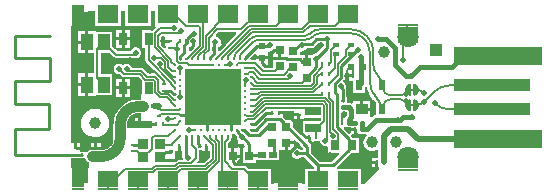
<source format=gtl>
G04*
G04 #@! TF.GenerationSoftware,Altium Limited,Altium Designer,20.1.14 (287)*
G04*
G04 Layer_Physical_Order=1*
G04 Layer_Color=255*
%FSLAX24Y24*%
%MOIN*%
G70*
G04*
G04 #@! TF.SameCoordinates,EC6BA951-EC3A-497E-BF03-96D7CE287269*
G04*
G04*
G04 #@! TF.FilePolarity,Positive*
G04*
G01*
G75*
%ADD10C,0.0098*%
%ADD12C,0.0079*%
%ADD13C,0.0060*%
%ADD14C,0.0050*%
%ADD15C,0.0059*%
%ADD16R,0.0118X0.0106*%
%ADD17R,0.0413X0.0551*%
%ADD18R,0.0236X0.0335*%
%ADD19R,0.0295X0.0315*%
%ADD20R,0.0106X0.0118*%
%ADD21R,0.0315X0.0295*%
%ADD22R,0.0236X0.0197*%
%ADD23C,0.0394*%
%ADD24R,0.0551X0.0295*%
%ADD25R,0.0374X0.0335*%
%ADD26R,0.0256X0.0197*%
%ADD27R,0.0197X0.0236*%
%ADD28R,0.0300X0.0320*%
%ADD29R,0.0394X0.0335*%
%ADD30R,0.0197X0.0157*%
%ADD32R,0.1902X0.1902*%
%ADD33R,0.0256X0.0413*%
%ADD62C,0.0350*%
%ADD63C,0.0120*%
%ADD64C,0.0080*%
%ADD65R,0.2960X0.0600*%
%ADD66R,0.2560X0.0400*%
%ADD67C,0.0079*%
%ADD68C,0.0709*%
%ADD69R,0.0394X0.0394*%
%ADD70C,0.0108*%
%ADD71C,0.0100*%
%ADD72C,0.0057*%
%ADD73C,0.0150*%
%ADD74C,0.0200*%
%ADD75C,0.0072*%
%ADD76R,0.0990X0.0552*%
%ADD77R,0.0560X0.0570*%
%ADD78C,0.0390*%
%ADD79R,0.0709X0.0531*%
%ADD80R,0.0709X0.0098*%
%ADD81R,0.0440X0.0098*%
%ADD82R,0.0440X0.0531*%
%ADD83C,0.0197*%
G36*
X4816Y2388D02*
X4829D01*
X4849Y2342D01*
X4740Y2234D01*
X4395D01*
Y1660D01*
X4498D01*
Y1232D01*
X4499Y1216D01*
X4503Y1200D01*
X4509Y1184D01*
X4518Y1170D01*
X4529Y1158D01*
X4836Y850D01*
X4821Y803D01*
X4817Y799D01*
X4804Y800D01*
X4585D01*
X4434Y951D01*
X4421Y962D01*
X4407Y970D01*
X4392Y977D01*
X4376Y981D01*
X4360Y982D01*
X4046D01*
X4043Y996D01*
X4035Y1018D01*
X4025Y1039D01*
X4012Y1059D01*
X3996Y1076D01*
X3979Y1092D01*
X3959Y1105D01*
X3938Y1115D01*
X3916Y1123D01*
X3893Y1127D01*
X3870Y1129D01*
X3847Y1127D01*
X3824Y1123D01*
X3802Y1115D01*
X3781Y1105D01*
X3761Y1092D01*
X3745Y1078D01*
X3729Y1092D01*
X3709Y1105D01*
X3688Y1115D01*
X3666Y1123D01*
X3643Y1127D01*
X3620Y1129D01*
X3597Y1127D01*
X3574Y1123D01*
X3552Y1115D01*
X3531Y1105D01*
X3511Y1092D01*
X3494Y1076D01*
X3478Y1059D01*
X3465Y1039D01*
X3455Y1018D01*
X3447Y996D01*
X3443Y973D01*
X3441Y950D01*
X3443Y927D01*
X3447Y904D01*
X3455Y882D01*
X3465Y861D01*
X3478Y841D01*
X3494Y824D01*
X3511Y808D01*
X3531Y795D01*
X3552Y785D01*
X3574Y777D01*
X3597Y773D01*
X3620Y771D01*
X3643Y773D01*
X3651Y774D01*
X3724Y702D01*
X3736Y691D01*
X3750Y683D01*
X3766Y676D01*
X3782Y673D01*
X3798Y671D01*
X4275D01*
X4395Y551D01*
Y128D01*
X4358D01*
Y-75D01*
X4260D01*
X4259Y-75D01*
X4206Y-76D01*
X4152Y-82D01*
X4099Y-90D01*
X4046Y-103D01*
X3995Y-118D01*
X3944Y-137D01*
X3895Y-160D01*
X3847Y-185D01*
X3801Y-214D01*
X3758Y-245D01*
X3716Y-279D01*
X3676Y-316D01*
X3639Y-356D01*
X3605Y-397D01*
X3574Y-441D01*
X3545Y-487D01*
X3520Y-535D01*
X3497Y-584D01*
X3478Y-635D01*
X3463Y-686D01*
X3450Y-739D01*
X3442Y-792D01*
X3436Y-846D01*
X3435Y-899D01*
X3435Y-900D01*
Y-1370D01*
X3435Y-1374D01*
X3433Y-1407D01*
X3428Y-1443D01*
X3419Y-1479D01*
X3406Y-1513D01*
X3391Y-1547D01*
X3372Y-1578D01*
X3350Y-1608D01*
X3325Y-1635D01*
X3298Y-1660D01*
X3268Y-1682D01*
X3237Y-1701D01*
X3203Y-1716D01*
X3169Y-1729D01*
X3133Y-1738D01*
X3097Y-1743D01*
X3064Y-1745D01*
X3060Y-1745D01*
X3009D01*
Y-1738D01*
X2691D01*
Y-1746D01*
X2691Y-1746D01*
X2662Y-1752D01*
X2634Y-1762D01*
X2607Y-1775D01*
X2583Y-1791D01*
X2567Y-1805D01*
X2519Y-1811D01*
X2501D01*
X2501Y-1811D01*
X2329D01*
Y-1738D01*
X2170D01*
Y-1688D01*
X2120D01*
Y-1535D01*
X2030D01*
Y2368D01*
X2200D01*
Y2734D01*
X2250D01*
Y2784D01*
X2570D01*
Y2870D01*
X2816D01*
Y2388D01*
X3684D01*
Y2870D01*
X3816D01*
Y2388D01*
X4684D01*
Y2870D01*
X4816D01*
Y2388D01*
D02*
G37*
G36*
X7532Y2118D02*
X7162Y1748D01*
X7115Y1767D01*
Y1785D01*
X7046D01*
X7014Y1819D01*
X7008Y1835D01*
X7009Y1850D01*
X7007Y1873D01*
X7003Y1896D01*
X6995Y1918D01*
X6985Y1939D01*
X6972Y1959D01*
X6956Y1976D01*
X6939Y1992D01*
X6919Y2005D01*
X6898Y2015D01*
X6876Y2023D01*
X6865Y2025D01*
X6850Y2054D01*
X6847Y2078D01*
X6934Y2165D01*
X7513D01*
X7532Y2118D01*
D02*
G37*
G36*
X5161Y2020D02*
Y1917D01*
X5320D01*
Y1817D01*
X5161D01*
Y1714D01*
X5181D01*
Y1651D01*
X5135Y1632D01*
X5012Y1756D01*
Y2003D01*
X5050Y2041D01*
X5120D01*
X5161Y2020D01*
D02*
G37*
G36*
X10430Y1704D02*
X10194Y1468D01*
X10177Y1467D01*
X10154Y1463D01*
X10132Y1455D01*
X10111Y1445D01*
X10091Y1432D01*
X10088Y1429D01*
X9930D01*
Y1182D01*
X9830D01*
Y1429D01*
X9667D01*
Y1508D01*
X9677Y1523D01*
X9717Y1551D01*
X9720Y1551D01*
X9743Y1553D01*
X9766Y1557D01*
X9788Y1565D01*
X9809Y1575D01*
X9829Y1588D01*
X9846Y1604D01*
X9862Y1621D01*
X9875Y1641D01*
X9881Y1653D01*
X10047D01*
X10067Y1655D01*
X10087Y1660D01*
X10106Y1668D01*
X10123Y1678D01*
X10139Y1692D01*
X10255Y1808D01*
X10430D01*
Y1704D01*
D02*
G37*
G36*
X9030Y1334D02*
X9147D01*
X9149Y1328D01*
X9112Y1278D01*
X8743D01*
Y994D01*
X8461D01*
X8406Y1049D01*
X8425Y1095D01*
X8598D01*
Y1263D01*
X8175D01*
X8158Y1249D01*
X8013D01*
X7992Y1299D01*
X8155Y1462D01*
X8202Y1443D01*
Y1363D01*
X8598D01*
Y1507D01*
X8609Y1525D01*
X8640Y1552D01*
X8650Y1551D01*
X8673Y1553D01*
X8673Y1553D01*
X8717Y1523D01*
X8723Y1513D01*
Y1334D01*
X8930D01*
Y1582D01*
X9030D01*
Y1334D01*
D02*
G37*
G36*
X9623Y1228D02*
X9253D01*
X9245Y1236D01*
X9250Y1300D01*
X9257Y1304D01*
X9623D01*
Y1228D01*
D02*
G37*
G36*
X13502Y440D02*
X13528Y423D01*
X13557Y394D01*
X13578Y371D01*
X13601Y332D01*
X13612Y295D01*
X13610Y208D01*
X13600Y180D01*
X13567Y126D01*
X13534Y94D01*
X13498Y71D01*
X13458Y59D01*
X13438Y66D01*
X13426Y87D01*
X13426Y426D01*
X13456Y455D01*
X13502Y440D01*
D02*
G37*
G36*
X13334Y446D02*
X13346Y425D01*
X13346Y86D01*
X13316Y57D01*
X13269Y72D01*
X13244Y89D01*
X13215Y118D01*
X13194Y141D01*
X13171Y180D01*
X13160Y217D01*
X13162Y304D01*
X13172Y332D01*
X13205Y386D01*
X13238Y418D01*
X13274Y441D01*
X13314Y453D01*
X13334Y446D01*
D02*
G37*
G36*
X13502Y-72D02*
X13528Y-89D01*
X13557Y-118D01*
X13578Y-141D01*
X13601Y-180D01*
X13612Y-217D01*
X13610Y-304D01*
X13600Y-332D01*
X13567Y-386D01*
X13534Y-418D01*
X13498Y-441D01*
X13458Y-453D01*
X13438Y-446D01*
X13426Y-425D01*
X13426Y-86D01*
X13456Y-57D01*
X13502Y-72D01*
D02*
G37*
G36*
X13334Y-66D02*
X13346Y-87D01*
X13346Y-426D01*
X13316Y-455D01*
X13269Y-440D01*
X13244Y-423D01*
X13215Y-394D01*
X13194Y-371D01*
X13171Y-332D01*
X13160Y-295D01*
X13162Y-208D01*
X13172Y-180D01*
X13205Y-126D01*
X13238Y-94D01*
X13274Y-71D01*
X13314Y-59D01*
X13334Y-66D01*
D02*
G37*
G36*
X11275Y770D02*
X11428D01*
Y670D01*
X11275D01*
Y561D01*
X11428D01*
Y156D01*
X11824D01*
Y354D01*
X11874Y360D01*
X11880Y330D01*
X11897Y273D01*
X11916Y216D01*
X11939Y160D01*
X11966Y106D01*
X11995Y54D01*
X12028Y3D01*
X12063Y-45D01*
X12102Y-92D01*
X12143Y-135D01*
X12143Y-135D01*
X12175Y-172D01*
X12176Y-173D01*
Y-586D01*
X12176Y-586D01*
X12152Y-592D01*
X12129Y-601D01*
X12109Y-614D01*
X12090Y-630D01*
X12052Y-669D01*
X12002Y-648D01*
Y-454D01*
X11705D01*
Y-404D01*
X11655D01*
Y-136D01*
X11408D01*
Y-186D01*
X11366Y-208D01*
X11358Y-210D01*
X11339Y-198D01*
X11317Y-189D01*
X11293Y-183D01*
X11269Y-181D01*
X11208D01*
Y9D01*
X11199D01*
Y275D01*
X11197Y296D01*
X11193Y316D01*
X11185Y334D01*
X11183Y338D01*
X11183Y341D01*
X11185Y364D01*
X11183Y388D01*
X11179Y410D01*
X11171Y433D01*
X11161Y454D01*
X11148Y473D01*
X11132Y491D01*
X11115Y506D01*
X11110Y509D01*
X11099Y553D01*
X11102Y572D01*
X11124Y594D01*
X11137Y609D01*
X11148Y627D01*
X11156Y646D01*
X11160Y666D01*
X11162Y686D01*
Y822D01*
X11275D01*
Y770D01*
D02*
G37*
G36*
X11069Y-492D02*
X11204D01*
X11210Y-497D01*
Y-597D01*
X11172Y-634D01*
X11156Y-653D01*
X11144Y-674D01*
X11141Y-681D01*
X11015D01*
Y-535D01*
X11024Y-521D01*
X11065Y-492D01*
X11069Y-492D01*
D02*
G37*
G36*
X11282Y-996D02*
X11345D01*
Y-1020D01*
X11498D01*
Y-1070D01*
X11548D01*
Y-1229D01*
X11651D01*
X11651Y-1229D01*
X11672Y-1227D01*
X11701Y-1224D01*
X11722Y-1225D01*
X11858D01*
X11873Y-1257D01*
X11874Y-1275D01*
X11872Y-1277D01*
X11848Y-1298D01*
X11827Y-1322D01*
X11808Y-1348D01*
X11793Y-1376D01*
X11781Y-1406D01*
X11772Y-1436D01*
X11766Y-1468D01*
X11765Y-1500D01*
X11766Y-1532D01*
X11772Y-1564D01*
X11781Y-1594D01*
X11793Y-1624D01*
X11808Y-1652D01*
X11827Y-1678D01*
X11848Y-1702D01*
X11872Y-1723D01*
X11898Y-1742D01*
X11926Y-1757D01*
X11956Y-1769D01*
X11986Y-1778D01*
X12018Y-1784D01*
X12050Y-1785D01*
X12082Y-1784D01*
X12114Y-1778D01*
X12144Y-1769D01*
X12174Y-1757D01*
X12202Y-1742D01*
X12212Y-1735D01*
X12256Y-1754D01*
X12262Y-1760D01*
Y-2011D01*
X12065D01*
Y-2120D01*
X12218D01*
Y-2170D01*
X12262D01*
Y-2170D01*
X12263Y-2194D01*
X12268Y-2216D01*
Y-2329D01*
X12272D01*
X12291Y-2375D01*
X11795Y-2872D01*
X11684D01*
Y-2388D01*
X10901D01*
X10881Y-2339D01*
X11362Y-1857D01*
X11375Y-1841D01*
X11376Y-1840D01*
X11605D01*
Y-1360D01*
X11398D01*
X11394Y-1344D01*
X11386Y-1325D01*
X11375Y-1308D01*
X11362Y-1292D01*
X11349Y-1279D01*
X11370Y-1229D01*
X11448D01*
Y-1120D01*
X11345D01*
Y-1204D01*
X11295Y-1225D01*
X11115Y-1045D01*
X11134Y-999D01*
X11211D01*
X11211Y-999D01*
X11234Y-996D01*
X11261Y-994D01*
X11282Y-996D01*
D02*
G37*
G36*
X4136Y-592D02*
X4300D01*
Y-642D01*
X4350D01*
Y-795D01*
X4459D01*
Y-775D01*
X4715D01*
Y-846D01*
X4868D01*
Y-946D01*
X4715D01*
Y-1010D01*
X3885D01*
Y-900D01*
X3885Y-896D01*
X3887Y-863D01*
X3892Y-827D01*
X3901Y-791D01*
X3914Y-757D01*
X3929Y-723D01*
X3948Y-692D01*
X3970Y-662D01*
X3995Y-635D01*
X4022Y-610D01*
X4052Y-588D01*
X4083Y-569D01*
X4091Y-566D01*
X4136Y-592D01*
D02*
G37*
G36*
X9451Y-526D02*
X9610D01*
Y-576D01*
X9660D01*
Y-730D01*
X9769D01*
Y-682D01*
X10355D01*
Y-746D01*
X10303Y-798D01*
X9744D01*
Y-1230D01*
X9694Y-1251D01*
X9427Y-984D01*
Y-770D01*
X9440Y-748D01*
X9466Y-730D01*
X9560D01*
Y-626D01*
X9451D01*
Y-716D01*
X9438Y-739D01*
X9412Y-757D01*
X9200D01*
X9095Y-652D01*
Y-564D01*
X8942D01*
Y-464D01*
X9095D01*
Y-455D01*
X9451D01*
Y-526D01*
D02*
G37*
G36*
X7446Y-1204D02*
X7551Y-1309D01*
X7550Y-1324D01*
X7551Y-1347D01*
X7556Y-1370D01*
X7563Y-1392D01*
X7574Y-1413D01*
X7575Y-1415D01*
X7585Y-1461D01*
X7585Y-1461D01*
X7585Y-1461D01*
Y-1570D01*
X7738D01*
Y-1670D01*
X7585D01*
Y-1697D01*
X7466D01*
Y-1905D01*
X7663D01*
Y-1779D01*
X7720D01*
Y-2192D01*
X8175D01*
Y-2143D01*
X8175Y-2093D01*
X8965D01*
Y-1763D01*
X9140D01*
Y-1516D01*
X9190D01*
Y-1466D01*
X9447D01*
Y-1436D01*
X9494Y-1417D01*
X9766Y-1690D01*
X9761Y-1740D01*
X9672D01*
X9659Y-1728D01*
X9639Y-1715D01*
X9618Y-1705D01*
X9596Y-1697D01*
X9573Y-1693D01*
X9550Y-1691D01*
X9527Y-1693D01*
X9504Y-1697D01*
X9497Y-1699D01*
X9459Y-1680D01*
X9447Y-1666D01*
Y-1566D01*
X9240D01*
Y-1763D01*
X9348D01*
X9366Y-1782D01*
X9381Y-1813D01*
X9377Y-1824D01*
X9373Y-1847D01*
X9371Y-1870D01*
X9373Y-1893D01*
X9377Y-1916D01*
X9385Y-1938D01*
X9395Y-1959D01*
X9408Y-1979D01*
X9424Y-1996D01*
X9441Y-2012D01*
X9461Y-2025D01*
X9482Y-2035D01*
X9504Y-2043D01*
X9527Y-2047D01*
X9550Y-2049D01*
X9573Y-2047D01*
X9596Y-2043D01*
X9618Y-2035D01*
X9639Y-2025D01*
X9659Y-2012D01*
X9672Y-2000D01*
X9796D01*
X10120Y-2324D01*
Y-2388D01*
X9816D01*
Y-2872D01*
X9704D01*
Y-2784D01*
X8796D01*
Y-2872D01*
X8684D01*
Y-2388D01*
X7957D01*
X7874Y-2306D01*
X7862Y-2295D01*
X7848Y-2286D01*
X7833Y-2280D01*
X7816Y-2276D01*
X7800Y-2275D01*
X7465D01*
X7456Y-2262D01*
X7482Y-2212D01*
X7663D01*
Y-2005D01*
X7416D01*
Y-1955D01*
X7366D01*
Y-1697D01*
X7253D01*
Y-1526D01*
X7317Y-1462D01*
X7327Y-1450D01*
X7336Y-1436D01*
X7342Y-1420D01*
X7346Y-1404D01*
X7347Y-1388D01*
Y-1363D01*
X7351Y-1359D01*
X7362Y-1341D01*
X7370Y-1321D01*
X7375Y-1301D01*
X7377Y-1280D01*
X7375Y-1258D01*
X7370Y-1238D01*
X7372Y-1234D01*
X7388Y-1230D01*
X7411Y-1220D01*
X7431Y-1208D01*
X7436Y-1204D01*
X7446Y-1204D01*
D02*
G37*
G36*
X6574Y-1774D02*
X6641D01*
Y-1997D01*
X6450Y-2188D01*
X6236D01*
X6217Y-2142D01*
X6271Y-2088D01*
X6282Y-2075D01*
X6290Y-2061D01*
X6297Y-2046D01*
X6301Y-2030D01*
X6302Y-2013D01*
Y-1754D01*
X6371D01*
Y-1774D01*
X6474D01*
Y-1615D01*
X6574D01*
Y-1774D01*
D02*
G37*
G36*
X5679D02*
X5724D01*
Y-1954D01*
X5724Y-1954D01*
X5726Y-1974D01*
X5731Y-1994D01*
X5738Y-2013D01*
X5741Y-2018D01*
X5741Y-2020D01*
X5742Y-2038D01*
X5741Y-2046D01*
X5706Y-2088D01*
X5594D01*
X5577Y-2089D01*
X5561Y-2093D01*
X5551Y-2098D01*
X5530Y-2090D01*
X5505Y-2075D01*
X5501Y-2070D01*
Y-1774D01*
X5579D01*
Y-1615D01*
X5679D01*
Y-1774D01*
D02*
G37*
G36*
X10327Y-1486D02*
X10335Y-1508D01*
X10345Y-1529D01*
X10358Y-1549D01*
X10374Y-1566D01*
X10391Y-1582D01*
X10411Y-1595D01*
X10432Y-1605D01*
X10454Y-1613D01*
X10477Y-1617D01*
X10500Y-1619D01*
X10523Y-1617D01*
X10545Y-1613D01*
X10546Y-1613D01*
X10590Y-1640D01*
X10595Y-1648D01*
Y-1840D01*
X10945D01*
X10964Y-1886D01*
X10711Y-2140D01*
X10304D01*
X10030Y-1865D01*
Y-1640D01*
X10028Y-1620D01*
X10023Y-1600D01*
X10015Y-1581D01*
X10005Y-1564D01*
X9992Y-1548D01*
X9992Y-1548D01*
X9979Y-1535D01*
X9998Y-1489D01*
X10121D01*
Y-1469D01*
X10324D01*
X10327Y-1486D01*
D02*
G37*
G36*
X2295Y-2029D02*
X2501D01*
X2512Y-2056D01*
X2525Y-2083D01*
X2541Y-2107D01*
X2561Y-2129D01*
X2583Y-2149D01*
X2607Y-2165D01*
X2618Y-2171D01*
Y-2365D01*
X2570Y-2368D01*
Y-2368D01*
X2300D01*
Y-2734D01*
X2200D01*
Y-2368D01*
X2030D01*
Y-2016D01*
X2295D01*
Y-2029D01*
D02*
G37*
%LPC*%
G36*
X2570Y2684D02*
X2300D01*
Y2368D01*
X2570D01*
Y2684D01*
D02*
G37*
G36*
X3985Y2254D02*
X3807D01*
Y1997D01*
X3985D01*
Y2254D01*
D02*
G37*
G36*
X3707D02*
X3529D01*
Y1997D01*
X3707D01*
Y2254D01*
D02*
G37*
G36*
X2495Y2214D02*
X2238D01*
Y1889D01*
X2495D01*
Y2214D01*
D02*
G37*
G36*
X3985Y1897D02*
X3807D01*
Y1640D01*
X3985D01*
Y1897D01*
D02*
G37*
G36*
X2495Y1789D02*
X2238D01*
Y1463D01*
X2495D01*
Y1789D01*
D02*
G37*
G36*
X2851Y2214D02*
X2595D01*
Y1839D01*
Y1463D01*
X2795D01*
Y797D01*
X2595D01*
Y421D01*
Y46D01*
X2851D01*
Y66D01*
X3402D01*
Y777D01*
X3005D01*
Y1483D01*
X3322D01*
X3455Y1351D01*
X3467Y1340D01*
X3481Y1331D01*
X3497Y1325D01*
X3513Y1321D01*
X3529Y1320D01*
X4115D01*
X4124Y1320D01*
X4134Y1317D01*
X4157Y1313D01*
X4180Y1311D01*
X4203Y1313D01*
X4226Y1317D01*
X4248Y1325D01*
X4269Y1335D01*
X4289Y1348D01*
X4306Y1364D01*
X4322Y1381D01*
X4335Y1401D01*
X4345Y1422D01*
X4353Y1444D01*
X4357Y1467D01*
X4359Y1490D01*
X4357Y1513D01*
X4353Y1536D01*
X4345Y1558D01*
X4335Y1579D01*
X4322Y1599D01*
X4306Y1616D01*
X4289Y1632D01*
X4269Y1645D01*
X4248Y1655D01*
X4226Y1663D01*
X4203Y1667D01*
X4180Y1669D01*
X4157Y1667D01*
X4134Y1663D01*
X4112Y1655D01*
X4091Y1645D01*
X4071Y1632D01*
X4054Y1616D01*
X4038Y1599D01*
X4025Y1579D01*
X4015Y1558D01*
X4007Y1536D01*
X4006Y1530D01*
X3573D01*
X3501Y1602D01*
X3534Y1640D01*
X3577Y1640D01*
X3707D01*
Y1897D01*
X3529D01*
Y1690D01*
X3529Y1645D01*
X3490Y1613D01*
X3402Y1701D01*
Y2194D01*
X2851D01*
Y2214D01*
D02*
G37*
G36*
X2495Y797D02*
X2238D01*
Y471D01*
X2495D01*
Y797D01*
D02*
G37*
G36*
X3985Y620D02*
X3807D01*
Y363D01*
X3985D01*
Y620D01*
D02*
G37*
G36*
X3707D02*
X3529D01*
Y363D01*
X3707D01*
Y620D01*
D02*
G37*
G36*
X2495Y371D02*
X2238D01*
Y46D01*
X2495D01*
Y371D01*
D02*
G37*
G36*
X3985Y263D02*
X3807D01*
Y6D01*
X3985D01*
Y263D01*
D02*
G37*
G36*
X3707D02*
X3529D01*
Y6D01*
X3707D01*
Y263D01*
D02*
G37*
G36*
X2820Y-374D02*
X2779Y-376D01*
X2737Y-381D01*
X2697Y-390D01*
X2657Y-403D01*
X2619Y-418D01*
X2582Y-438D01*
X2547Y-460D01*
X2514Y-485D01*
X2483Y-513D01*
X2455Y-544D01*
X2430Y-577D01*
X2408Y-612D01*
X2388Y-649D01*
X2373Y-687D01*
X2360Y-727D01*
X2351Y-767D01*
X2346Y-808D01*
X2344Y-850D01*
X2346Y-891D01*
X2351Y-933D01*
X2360Y-973D01*
X2373Y-1013D01*
X2388Y-1051D01*
X2408Y-1088D01*
X2430Y-1123D01*
X2455Y-1156D01*
X2483Y-1187D01*
X2514Y-1215D01*
X2547Y-1240D01*
X2582Y-1262D01*
X2619Y-1282D01*
X2657Y-1297D01*
X2697Y-1310D01*
X2737Y-1319D01*
X2779Y-1324D01*
X2820Y-1326D01*
X2862Y-1324D01*
X2903Y-1319D01*
X2943Y-1310D01*
X2983Y-1297D01*
X3021Y-1282D01*
X3058Y-1262D01*
X3093Y-1240D01*
X3126Y-1215D01*
X3157Y-1187D01*
X3185Y-1156D01*
X3210Y-1123D01*
X3232Y-1088D01*
X3252Y-1051D01*
X3267Y-1013D01*
X3280Y-973D01*
X3289Y-933D01*
X3294Y-891D01*
X3296Y-850D01*
X3294Y-808D01*
X3289Y-767D01*
X3280Y-727D01*
X3267Y-687D01*
X3252Y-649D01*
X3232Y-612D01*
X3210Y-577D01*
X3185Y-544D01*
X3157Y-513D01*
X3126Y-485D01*
X3093Y-460D01*
X3058Y-438D01*
X3021Y-418D01*
X2983Y-403D01*
X2943Y-390D01*
X2903Y-381D01*
X2862Y-376D01*
X2820Y-374D01*
D02*
G37*
G36*
X3009Y-1535D02*
X2900D01*
Y-1638D01*
X3009D01*
Y-1535D01*
D02*
G37*
G36*
X2800D02*
X2691D01*
Y-1638D01*
X2800D01*
Y-1535D01*
D02*
G37*
G36*
X2329Y-1535D02*
X2220D01*
Y-1638D01*
X2329D01*
Y-1535D01*
D02*
G37*
G36*
X12002Y-136D02*
X11755D01*
Y-354D01*
X12002D01*
Y-136D01*
D02*
G37*
G36*
X12168Y-2220D02*
X12065D01*
Y-2329D01*
X12168D01*
Y-2220D01*
D02*
G37*
G36*
X4250Y-692D02*
X4141D01*
Y-795D01*
X4250D01*
Y-692D01*
D02*
G37*
G36*
X9704Y-2368D02*
X9300D01*
Y-2684D01*
X9704D01*
Y-2368D01*
D02*
G37*
G36*
X9200D02*
X8796D01*
Y-2684D01*
X9200D01*
Y-2368D01*
D02*
G37*
%LPD*%
D10*
X6159Y-591D02*
X6482Y-268D01*
X6750Y0D02*
X7341Y-591D01*
X8220Y1710D02*
X8630D01*
X5902Y1957D02*
X6065Y2120D01*
X5772Y1488D02*
Y1626D01*
X5902Y1832D02*
Y1957D01*
X5778Y1708D02*
X5902Y1832D01*
X5778Y1626D02*
Y1708D01*
X6065Y2120D02*
X6135D01*
X7833Y1323D02*
X8220Y1710D01*
X7833Y1280D02*
Y1323D01*
X8990Y-730D02*
X9900Y-1640D01*
Y-1920D02*
Y-1640D01*
X7962Y-1889D02*
Y-1538D01*
X8382Y-1915D02*
X8383Y-1914D01*
X7988Y-1915D02*
X8382D01*
X7962Y-1889D02*
X7988Y-1915D01*
X8530Y-730D02*
X8990D01*
X8177Y-1083D02*
X8530Y-730D01*
X8030Y-1083D02*
X8177D01*
X7341D02*
Y-591D01*
X5667D02*
X6159D01*
X5440Y98D02*
X5470D01*
X6652Y1280D02*
Y1337D01*
X6772Y1458D01*
X5667Y1280D02*
Y1383D01*
X5772Y1488D01*
X6772Y1458D02*
Y1838D01*
X6258Y-1563D02*
Y-1280D01*
Y-1563D02*
X6309Y-1615D01*
X5864D02*
Y-1280D01*
X7537Y-1113D02*
Y-1083D01*
X8606Y-928D02*
X8770D01*
X8280Y-1254D02*
X8606Y-928D01*
X8757Y-1864D02*
X8770Y-1851D01*
Y-1460D01*
X5311Y228D02*
X5440Y98D01*
X5110Y228D02*
X5311D01*
X7537Y-1113D02*
X7962Y-1538D01*
X7734Y-1083D02*
X7783D01*
X7954Y-1254D01*
X8280D01*
X5854Y-1954D02*
X5920Y-2020D01*
X5854Y-1954D02*
Y-1615D01*
X8630Y1710D02*
X8650Y1730D01*
D12*
X13780Y150D02*
G03*
X13524Y256I-256J-256D01*
G01*
X14623Y398D02*
G03*
X14150Y202I0J-670D01*
G01*
X13524Y-256D02*
G03*
X13780Y-150I0J362D01*
G01*
D02*
G03*
X13812Y-137I0J46D01*
G01*
X14150Y-200D02*
G03*
X14623Y-396I473J473D01*
G01*
X9828Y1923D02*
G03*
X10079Y2027I0J355D01*
G01*
X10300Y2137D02*
G03*
X10111Y2059I0J-267D01*
G01*
X7684Y1457D02*
G03*
X7636Y1340I117J-117D01*
G01*
X8309Y1923D02*
G03*
X8039Y1811I0J-382D01*
G01*
X11971Y569D02*
G03*
X12228Y-51I876J0D01*
G01*
X11971Y1520D02*
G03*
X11354Y2137I-617J0D01*
G01*
X12374Y-404D02*
G03*
X12413Y-308I-95J95D01*
G01*
X12374Y-404D02*
G03*
X12228Y-51I-499J-0D01*
G01*
X12658Y-64D02*
G03*
X12413Y-308I0J-244D01*
G01*
X13110Y-113D02*
G03*
X12992Y-64I-118J-118D01*
G01*
X9828Y2052D02*
G03*
X9988Y2118I0J226D01*
G01*
X10300Y2266D02*
G03*
X10020Y2150I0J-396D01*
G01*
X7520Y1474D02*
G03*
X7439Y1280I195J-195D01*
G01*
X7986Y1940D02*
G03*
X7985Y1940I270J-271D01*
G01*
X8256Y2052D02*
G03*
X7986Y1940I0J-382D01*
G01*
X12100Y1065D02*
G03*
X12228Y756I437J0D01*
G01*
X12100Y1520D02*
G03*
X11354Y2266I-746J0D01*
G01*
X12413Y328D02*
G03*
X12677Y64I264J0D01*
G01*
X12992D02*
G03*
X13110Y113I0J167D01*
G01*
X12374Y404D02*
G03*
X12228Y756I-499J-0D01*
G01*
X12413Y328D02*
G03*
X12388Y390I-87J0D01*
G01*
X13519Y256D02*
X13524D01*
X13812Y-137D02*
X14150Y202D01*
X14623Y398D02*
X16037D01*
X13519Y-256D02*
X13524D01*
X14623Y-396D02*
X16037D01*
X10079Y2027D02*
X10111Y2059D01*
X10300Y2137D02*
X11354D01*
X7636Y1280D02*
Y1340D01*
X7684Y1457D02*
X8039Y1811D01*
X8309Y1923D02*
X9828D01*
X11971Y569D02*
Y1520D01*
X12658Y-64D02*
X12992D01*
X13110Y-113D02*
X13253Y-256D01*
X9988Y2118D02*
X10020Y2150D01*
X7520Y1474D02*
X7985Y1940D01*
X7986Y1940D01*
X8256Y2052D02*
X9828D01*
X10300Y2266D02*
X11354D01*
X12677Y64D02*
X12992D01*
X13110Y113D02*
X13253Y256D01*
X12374Y404D02*
X12388Y390D01*
X12100Y1065D02*
Y1520D01*
D13*
X13316Y-86D02*
G03*
X13316Y-425I44J-170D01*
G01*
X13456D02*
G03*
X13456Y-86I-44J170D01*
G01*
X13316Y425D02*
G03*
X13316Y86I44J-170D01*
G01*
X13456D02*
G03*
X13456Y425I-44J170D01*
G01*
D14*
X5252Y-1301D02*
X5470Y-1083D01*
X4720Y-1710D02*
Y-1360D01*
X4779Y-1301D01*
X5252D01*
X4434Y-1996D02*
Y-1949D01*
X4232Y-1802D02*
X4426Y-1996D01*
X4082Y-1802D02*
X4232D01*
X4276Y-1996D02*
X4426D01*
X4434D02*
X4720Y-1710D01*
X4426Y-1941D02*
X4434Y-1949D01*
X10660Y-1160D02*
Y-197D01*
X10487Y-24D02*
X10660Y-197D01*
X8408Y-24D02*
X10487D01*
X10560Y-1380D02*
Y-239D01*
X10445Y-124D02*
X10560Y-239D01*
X8449Y-124D02*
X10445D01*
X10460Y-790D02*
Y-280D01*
X10404Y-224D02*
X10460Y-280D01*
X8490Y-224D02*
X10404D01*
X10760Y-1051D02*
Y-156D01*
X10622Y-18D02*
X10760Y-156D01*
X8506Y-349D02*
X9607D01*
X8366Y76D02*
X10354D01*
X8325Y176D02*
X10100D01*
X8049Y276D02*
X10059D01*
X10017Y376D02*
X10112Y471D01*
X8131Y376D02*
X10017D01*
X10671Y1168D02*
Y1572D01*
X10622Y1120D02*
X10671Y1168D01*
X10807Y971D02*
Y1425D01*
X10622Y787D02*
X10807Y971D01*
X10907Y738D02*
Y1117D01*
X10622Y453D02*
X10907Y738D01*
X10622Y-18D02*
Y120D01*
X10354Y76D02*
X10398Y120D01*
X10100Y176D02*
X10377Y453D01*
X10112Y720D02*
X10398Y1005D01*
X10112Y471D02*
Y720D01*
X10321Y787D02*
X10398D01*
X10212Y678D02*
X10321Y787D01*
X10212Y430D02*
Y678D01*
X10398Y1005D02*
Y1120D01*
X10059Y276D02*
X10212Y430D01*
X10807Y1425D02*
X10844Y1462D01*
X10671Y1572D02*
X10836Y1738D01*
X10844D01*
X10907Y1117D02*
X11182Y1392D01*
X11348Y1738D02*
X11356D01*
X11182Y1572D02*
X11348Y1738D01*
X11182Y1392D02*
Y1572D01*
X5320Y1643D02*
X5522D01*
X5545Y1620D01*
Y1787D02*
X5638Y1880D01*
X5545Y1620D02*
Y1787D01*
X5007Y2147D02*
X5612D01*
X4906Y1712D02*
X5360Y1258D01*
X4806Y1671D02*
X5260Y1217D01*
X5028Y1307D02*
X5160Y1175D01*
X4780Y1307D02*
X5028D01*
X4906Y1712D02*
Y2046D01*
X5007Y2147D01*
X4975Y2320D02*
X5450D01*
X4806Y1671D02*
Y2151D01*
X4975Y2320D01*
X5360Y1193D02*
Y1258D01*
Y1193D02*
X5470Y1083D01*
X5260Y1000D02*
Y1217D01*
X5160Y958D02*
Y1175D01*
Y958D02*
X5429Y689D01*
X5260Y1000D02*
X5374Y886D01*
X5470D01*
X5429Y689D02*
X5470D01*
X4603Y1232D02*
X5341Y494D01*
X4603Y1232D02*
Y1947D01*
X4970Y1007D02*
X5470Y506D01*
X4970Y1007D02*
Y1120D01*
X4906Y213D02*
Y592D01*
X4804Y695D02*
X4906Y592D01*
X4541Y695D02*
X4804D01*
X4806Y172D02*
Y551D01*
X4762Y595D02*
X4806Y551D01*
X4500Y595D02*
X4762D01*
X4115Y1425D02*
X4180Y1490D01*
X3529Y1425D02*
X4115D01*
X4360Y877D02*
X4541Y695D01*
X4906Y213D02*
X5020Y100D01*
X5264D01*
X4318Y777D02*
X4500Y595D01*
X4806Y172D02*
X4978Y-0D01*
X7833Y569D02*
X7850Y585D01*
X7833Y394D02*
Y569D01*
X5652Y975D02*
X5667Y960D01*
Y787D02*
Y960D01*
X5607Y1150D02*
X5895D01*
X5963Y1083D01*
X7319D02*
X7335Y1100D01*
X7144Y1083D02*
X7319D01*
X8124Y-732D02*
X8506Y-349D01*
X7888Y-732D02*
X8124D01*
X8082Y-632D02*
X8490Y-224D01*
X7874Y-632D02*
X8082D01*
X7390Y-2380D02*
X7800D01*
X7147Y-2137D02*
X7390Y-2380D01*
X7147Y-2137D02*
Y-1483D01*
X7242Y-1388D02*
Y-1280D01*
X7147Y-1483D02*
X7242Y-1388D01*
X3870Y950D02*
X3943Y877D01*
X4360D01*
X3798Y777D02*
X4318D01*
X3625Y950D02*
X3798Y777D01*
X3620Y950D02*
X3625D01*
X3747Y1878D02*
Y1927D01*
X5341Y439D02*
Y494D01*
X7250Y2800D02*
Y3000D01*
X6820Y2370D02*
X7250Y2800D01*
X8250Y2829D02*
Y3000D01*
X9997Y-352D02*
X10100Y-455D01*
X10660Y-1160D02*
X10740Y-1240D01*
X10192Y-1330D02*
Y-1118D01*
X10100Y-1025D02*
X10192Y-1118D01*
X10100Y-1025D02*
X10225D01*
X10460Y-790D01*
X9610Y-352D02*
X9997D01*
X7833Y-591D02*
X7874Y-632D01*
X7833Y-787D02*
X7888Y-732D01*
X9607Y-349D02*
X9610Y-352D01*
X8030Y-492D02*
X8081D01*
X8449Y-124D01*
X8136Y-295D02*
X8408Y-24D01*
X8030Y-295D02*
X8136D01*
X8192Y-98D02*
X8366Y76D01*
X8030Y-98D02*
X8192D01*
X8247Y98D02*
X8325Y176D01*
X8030Y98D02*
X8247D01*
X8030Y295D02*
X8049Y276D01*
X8030Y478D02*
Y492D01*
Y478D02*
X8131Y376D01*
X7045Y-1280D02*
X7047Y-1282D01*
X6652Y-1339D02*
Y-1280D01*
Y-1339D02*
X6847Y-1535D01*
X6848Y-1394D02*
Y-1280D01*
Y-1394D02*
X6947Y-1493D01*
X6455Y1280D02*
X6455Y1280D01*
X6061Y-1599D02*
Y-1280D01*
Y-1599D02*
X6197Y-1735D01*
X4250Y-3000D02*
Y-2830D01*
X5250Y-3000D02*
Y-2820D01*
X6455Y-1283D02*
Y-1280D01*
Y-1283D02*
X6747Y-1576D01*
Y-1660D02*
Y-1576D01*
X6747Y-1661D02*
X6747Y-1660D01*
X6250Y-3000D02*
Y-2820D01*
X6947Y-2123D01*
Y-1493D01*
X6535Y-2394D02*
X6847Y-2081D01*
X5250Y-2820D02*
X5677Y-2394D01*
X6847Y-2081D02*
Y-1535D01*
X6494Y-2294D02*
X6747Y-2041D01*
Y-1661D01*
X6016Y-2193D02*
X6197Y-2013D01*
Y-1735D01*
X7047Y-2797D02*
X7250Y-3000D01*
X7047Y-2797D02*
Y-1282D01*
X7800Y-2380D02*
X8250Y-2830D01*
Y-3000D02*
Y-2830D01*
X5250Y3000D02*
X5857Y2394D01*
X6247D01*
X3250Y2830D02*
Y3000D01*
Y-3000D02*
Y-2960D01*
X5535Y-2394D02*
X5635Y-2294D01*
X5494D02*
X5594Y-2193D01*
X3250Y-2960D02*
X3817Y-2394D01*
X13090Y1230D02*
Y2206D01*
X13250Y2366D01*
X4250Y2830D02*
Y3000D01*
X5963Y1083D02*
X6159D01*
X6356D02*
X6553D01*
X6750D01*
X6820Y2341D02*
Y2370D01*
X6250Y3000D02*
X6410Y2840D01*
X6247Y2394D02*
X6310Y2330D01*
X5864Y1280D02*
X5878D01*
X6061D02*
Y1321D01*
X6159Y1083D02*
X6356D01*
X5878Y1280D02*
X6310Y1711D01*
X6061Y1321D02*
X6410Y1669D01*
X6258Y1376D02*
X6510Y1628D01*
X6258Y1280D02*
Y1376D01*
X6455Y1432D02*
X6610Y1587D01*
X6455Y1280D02*
Y1432D01*
X6610Y1587D02*
Y1990D01*
X6510Y1628D02*
Y2031D01*
X6820Y2341D01*
X6410Y1669D02*
Y2840D01*
X6310Y1711D02*
Y2330D01*
X5470Y492D02*
Y506D01*
X5462Y-98D02*
X5470D01*
X5264Y100D02*
X5462Y-98D01*
X5470Y-295D02*
Y-281D01*
X5340Y-151D02*
X5470Y-281D01*
X5340Y-151D02*
Y-118D01*
X5222Y-0D02*
X5340Y-118D01*
X4978Y-0D02*
X5222D01*
X5667Y22D02*
Y197D01*
X5650Y5D02*
X5667Y22D01*
X5341Y439D02*
X5470Y310D01*
X5612Y2147D02*
X5685Y2220D01*
X5538Y1219D02*
X5607Y1150D01*
X5677Y-2394D02*
X6535D01*
X5635Y-2294D02*
X6494D01*
X5594Y-2193D02*
X6016D01*
X3115Y1839D02*
X3529Y1425D01*
X2900Y637D02*
X3115Y421D01*
X2900Y637D02*
Y1623D01*
X3115Y1839D01*
X10740Y-1280D02*
Y-1240D01*
X10500Y-1440D02*
X10560Y-1380D01*
X10800Y-1095D02*
Y-1091D01*
Y-1095D02*
X10913Y-1208D01*
X10825Y-1600D02*
X10913D01*
X10760Y-1051D02*
X10800Y-1091D01*
X10913Y-1600D02*
Y-1208D01*
X5538Y1219D02*
Y1552D01*
X4250Y-2830D02*
X4580Y-2500D01*
X4750D01*
X3817Y-2394D02*
X4715D01*
X4750Y-2500D02*
X4857Y-2394D01*
X5535D01*
X4715D02*
X4815Y-2294D01*
X5494D01*
X6610Y1990D02*
X6890Y2270D01*
X7691D01*
X8250Y2829D01*
D15*
X5091Y-1583D02*
X5342D01*
X4997Y-1488D02*
X5091Y-1583D01*
X5342D02*
X5364D01*
X5492Y-915D02*
X5537D01*
X8839Y2389D02*
X9250Y2800D01*
X5665Y-787D02*
X5667D01*
X5537Y-915D02*
X5665Y-787D01*
X5364Y-1583D02*
X5667Y-1280D01*
X7045Y1280D02*
Y1322D01*
X7242Y1280D02*
Y1365D01*
X11250Y2830D02*
Y3000D01*
X10250Y2810D02*
Y3000D01*
X9250Y2800D02*
Y3000D01*
X10809Y2389D02*
X11250Y2830D01*
X6848Y1280D02*
X7958Y2389D01*
X8839D01*
X7045Y1322D02*
X8003Y2280D01*
X7242Y1365D02*
X8048Y2171D01*
X9983Y2389D02*
X10809D01*
X8003Y2280D02*
X9720D01*
X10250Y2810D01*
X8048Y2171D02*
X9765D01*
X9983Y2389D01*
D16*
X11069Y-348D02*
D03*
Y-124D02*
D03*
X4082Y-1802D02*
D03*
Y-1578D02*
D03*
X5342Y-1578D02*
D03*
Y-1802D02*
D03*
X4958Y-614D02*
D03*
Y-390D02*
D03*
X4300Y-642D02*
D03*
Y-418D02*
D03*
X5110Y228D02*
D03*
Y452D02*
D03*
X9610Y-352D02*
D03*
Y-576D02*
D03*
X2850Y-1912D02*
D03*
Y-1688D02*
D03*
X5320Y1867D02*
D03*
Y1643D02*
D03*
X2170Y-1688D02*
D03*
Y-1912D02*
D03*
D17*
X2545Y421D02*
D03*
X3115D02*
D03*
Y1839D02*
D03*
X2545D02*
D03*
D18*
X12374Y-404D02*
D03*
Y404D02*
D03*
X11626D02*
D03*
D19*
X7416Y-1955D02*
D03*
X7947D02*
D03*
D20*
X10398Y787D02*
D03*
X10622D02*
D03*
X10398Y1120D02*
D03*
X10622D02*
D03*
X10398Y453D02*
D03*
X10622D02*
D03*
X10398Y120D02*
D03*
X10622D02*
D03*
X7738Y-1620D02*
D03*
X7962D02*
D03*
X8718Y-514D02*
D03*
X8942D02*
D03*
X6738Y1626D02*
D03*
X6962D02*
D03*
X5778D02*
D03*
X6002D02*
D03*
X5093Y-896D02*
D03*
X4868D02*
D03*
X5854Y-1615D02*
D03*
X5629D02*
D03*
X6299D02*
D03*
X6524D02*
D03*
X10192Y-1330D02*
D03*
X9968D02*
D03*
X11498Y-1070D02*
D03*
X11722D02*
D03*
X11058Y-840D02*
D03*
X11282D02*
D03*
X11428Y720D02*
D03*
X11652D02*
D03*
X11498Y-840D02*
D03*
X11722D02*
D03*
X12218Y-2170D02*
D03*
X12442D02*
D03*
X2622Y-1920D02*
D03*
X2398D02*
D03*
X5638Y1880D02*
D03*
X5862D02*
D03*
X4509Y-303D02*
D03*
X4734D02*
D03*
D21*
X8980Y1050D02*
D03*
Y1582D02*
D03*
X9880Y650D02*
D03*
Y1182D02*
D03*
X9190Y-984D02*
D03*
Y-1516D02*
D03*
X8730D02*
D03*
Y-984D02*
D03*
X9430Y1532D02*
D03*
Y1000D02*
D03*
D22*
X11353Y1020D02*
D03*
X11747D02*
D03*
D23*
X2820Y-850D02*
D03*
D24*
X10100Y-1025D02*
D03*
Y-455D02*
D03*
D25*
X4997Y-1544D02*
D03*
Y-1996D02*
D03*
X4426D02*
D03*
Y-1544D02*
D03*
D26*
X8757Y-1914D02*
D03*
X8383D02*
D03*
D27*
X8400Y1707D02*
D03*
Y1313D02*
D03*
D28*
X11375Y-1600D02*
D03*
X10825D02*
D03*
D29*
X11705Y-404D02*
D03*
D30*
X11356Y1462D02*
D03*
X10844D02*
D03*
Y1738D02*
D03*
X11356D02*
D03*
D32*
X6750Y0D02*
D03*
D33*
X4603Y1947D02*
D03*
Y313D02*
D03*
X3757Y1947D02*
D03*
Y313D02*
D03*
D62*
X4260Y-300D02*
G03*
X3660Y-900I0J-600D01*
G01*
X3060Y-1970D02*
G03*
X3660Y-1370I0J600D01*
G01*
X4260Y-300D02*
X4420D01*
X3660Y-1370D02*
Y-900D01*
X2720Y-1970D02*
X3060D01*
D63*
X4300Y-588D02*
G03*
X3945Y-900I-40J-312D01*
G01*
D64*
X3060Y-1705D02*
G03*
X3395Y-1370I0J335D01*
G01*
X9721Y491D02*
X9880Y650D01*
X8234Y491D02*
X9721D01*
X13253Y-256D02*
X13519D01*
X13253Y256D02*
X13519D01*
X5110Y452D02*
Y551D01*
X4660Y870D02*
X4791D01*
X5110Y551D01*
X11230Y720D02*
Y900D01*
X11350Y1020D01*
X11058Y-840D02*
Y-622D01*
X11120Y-560D01*
X11353Y1020D02*
X11428Y945D01*
Y720D02*
Y945D01*
X11350Y1020D02*
X11353D01*
X11498Y-1138D02*
Y-1070D01*
Y-1138D02*
X11680Y-1320D01*
X2910Y-1705D02*
X3060D01*
X8030Y689D02*
X8037D01*
X8234Y491D01*
X7833Y787D02*
X7910D01*
X7966Y843D01*
X8079D01*
X8301Y621D01*
X9251D01*
X9330Y700D01*
X7833Y984D02*
X8122D01*
X8355Y751D01*
X9115D01*
X9364Y1000D01*
X9430D01*
D65*
X16236Y-1376D02*
D03*
Y1382D02*
D03*
D66*
X16037Y-396D02*
D03*
Y398D02*
D03*
D67*
X13519Y-256D02*
D03*
X13253D02*
D03*
X13519Y256D02*
D03*
X13253D02*
D03*
D68*
X13250Y2000D02*
D03*
Y-2000D02*
D03*
D03*
Y2000D02*
D03*
D69*
X14173Y1575D02*
D03*
D70*
X5864Y-1280D02*
D03*
X7242D02*
D03*
X7045D02*
D03*
X6848D02*
D03*
X6652D02*
D03*
X6455D02*
D03*
X6258D02*
D03*
X6061D02*
D03*
X5667D02*
D03*
X8030Y-1083D02*
D03*
X7734D02*
D03*
X7537D02*
D03*
X7341D02*
D03*
X7144D02*
D03*
X6947D02*
D03*
X6750D02*
D03*
X6553D02*
D03*
X6356D02*
D03*
X6159D02*
D03*
X5470D02*
D03*
X5667Y-787D02*
D03*
X8030Y-886D02*
D03*
X7833Y-787D02*
D03*
X5470Y-689D02*
D03*
X7833Y-591D02*
D03*
X5667D02*
D03*
X8030Y-492D02*
D03*
X7833Y-394D02*
D03*
X5667D02*
D03*
X8030Y-295D02*
D03*
X5470D02*
D03*
X7833Y-197D02*
D03*
X8030Y-98D02*
D03*
X5470D02*
D03*
X7833Y0D02*
D03*
X8030Y98D02*
D03*
X5470D02*
D03*
X7833Y197D02*
D03*
X5667D02*
D03*
X8030Y295D02*
D03*
X5470D02*
D03*
X7833Y394D02*
D03*
X5667D02*
D03*
X8030Y492D02*
D03*
X5470D02*
D03*
X5667Y591D02*
D03*
X8030Y689D02*
D03*
X5470D02*
D03*
X7833Y787D02*
D03*
X5667D02*
D03*
X5470Y886D02*
D03*
X7833Y984D02*
D03*
X7537Y1083D02*
D03*
X7144D02*
D03*
X6947D02*
D03*
X6750D02*
D03*
X6553D02*
D03*
X6356D02*
D03*
X6159D02*
D03*
X5963D02*
D03*
X5470D02*
D03*
X7833Y1280D02*
D03*
X7636D02*
D03*
X7439D02*
D03*
X7242D02*
D03*
X7045D02*
D03*
X6848D02*
D03*
X6652D02*
D03*
X6455D02*
D03*
X6258D02*
D03*
X6061D02*
D03*
X5864D02*
D03*
X5667D02*
D03*
D71*
X6553Y-1083D02*
Y-197D01*
X6750Y0D01*
X5489Y-2099D02*
X5588Y-2001D01*
X4997Y-1996D02*
X5182Y-1811D01*
X5342D01*
Y-1802D01*
X5100Y-2099D02*
X5489D01*
X4997Y-1996D02*
X5100Y-2099D01*
X4392Y-1578D02*
X4426Y-1544D01*
X4082Y-1578D02*
X4392D01*
X10807Y462D02*
X11032Y686D01*
X10807Y166D02*
Y462D01*
Y166D02*
X10885Y88D01*
X11069Y-124D02*
Y275D01*
X11006Y338D02*
X11069Y275D01*
X11006Y338D02*
Y364D01*
X10885Y-1000D02*
Y88D01*
X11032Y686D02*
Y1056D01*
X10200Y1010D02*
Y1290D01*
X9880Y690D02*
X10200Y1010D01*
X9880Y650D02*
Y690D01*
X9968Y-1448D02*
X10080Y-1560D01*
X9968Y-1448D02*
Y-1330D01*
X9840D02*
X9968D01*
X9660Y-1150D02*
X9840Y-1330D01*
X9660Y-1150D02*
Y-1110D01*
X9360Y-680D02*
X9490Y-810D01*
X9360Y-680D02*
Y-650D01*
X9310Y-1850D02*
Y-1829D01*
X9540Y-1599D01*
Y-1590D01*
X7700Y-2110D02*
Y-1658D01*
X7738Y-1620D01*
X7630D02*
X7738D01*
X7480Y-2230D02*
X8310D01*
X7416Y-2166D02*
X7480Y-2230D01*
X7416Y-2166D02*
Y-1955D01*
X7160Y1824D02*
Y1950D01*
X6962Y1626D02*
X7160Y1824D01*
X6002Y1626D02*
X6100Y1724D01*
Y1900D01*
X9550Y-1870D02*
X9850D01*
X10250Y-2270D01*
X8527Y-514D02*
X8718D01*
X8155Y-886D02*
X8527Y-514D01*
X8030Y-886D02*
X8155D01*
X143Y-1916D02*
X2398D01*
X143D02*
Y-1043D01*
Y2057D02*
X1310D01*
X143Y-1043D02*
X1302D01*
Y-233D01*
X143D02*
X1302D01*
X143D02*
Y547D01*
X1312D01*
Y1317D01*
X143D02*
X1312D01*
X143D02*
Y2057D01*
X10250Y-2930D02*
Y-2270D01*
X10765D01*
X10885Y-1000D02*
X11270Y-1385D01*
Y-1765D02*
Y-1385D01*
X10765Y-2270D02*
X11270Y-1765D01*
X9430Y1532D02*
X9682Y1784D01*
X8670Y1300D02*
Y1486D01*
X8687D01*
X8782Y1582D01*
X8980D01*
X8400Y1130D02*
Y1313D01*
Y1130D02*
X8480Y1050D01*
X8630D01*
X9728Y1182D02*
X9880D01*
X9640Y1270D02*
X9728Y1182D01*
X9230Y1270D02*
X9640D01*
X8670Y1300D02*
X8680Y1310D01*
X9190D01*
X9230Y1270D01*
X10200Y1290D02*
X10560Y1650D01*
Y1930D01*
X11032Y1056D02*
X11587Y1612D01*
X9682Y1784D02*
X10047D01*
X10201Y1938D01*
X10552D01*
X10560Y1930D01*
D72*
X5112Y-915D02*
X5492D01*
X5093Y-896D02*
X5112Y-915D01*
X5268Y-737D02*
X5423D01*
X5470Y-689D01*
X5968Y-1100D02*
X5985Y-1083D01*
X6159D01*
X4955Y-301D02*
X4957Y-303D01*
X5626Y-549D02*
X5667Y-591D01*
X5626Y-435D02*
X5667Y-394D01*
X4958Y-614D02*
X5023Y-549D01*
X5626D01*
X4958Y-390D02*
X5003Y-435D01*
X4957Y-303D02*
X5001Y-347D01*
X5003Y-435D02*
X5626D01*
D73*
X11365Y-661D02*
Y-433D01*
X11069Y-337D02*
X11269D01*
X11365Y-433D01*
X13090Y-650D02*
X13386D01*
X12992Y-748D02*
X13090Y-650D01*
X12933Y-748D02*
X12992D01*
X12208D02*
X12933D01*
X12200Y-740D02*
X12208Y-748D01*
X11870Y-1070D02*
X12200Y-740D01*
X11700Y478D02*
Y1350D01*
X11282Y-840D02*
X11282Y-840D01*
X11498D01*
X11722Y-840D02*
X11722Y-840D01*
Y-1070D02*
Y-840D01*
X11626Y404D02*
X11700Y478D01*
X11282Y-840D02*
Y-744D01*
X11365Y-661D01*
X11722Y-1070D02*
X11870D01*
X12810Y1080D02*
Y1649D01*
Y1080D02*
X13170Y720D01*
X13350D01*
X12529Y1930D02*
X12810Y1649D01*
X12250Y1930D02*
X12529D01*
X15062Y1382D02*
X16236D01*
X13350Y720D02*
X13655Y1025D01*
X14705D02*
X15062Y1382D01*
X13655Y1025D02*
X14705D01*
D74*
X13440Y-1240D02*
X13576Y-1376D01*
X13240Y-1040D02*
X13440Y-1240D01*
X13576Y-1376D02*
X15690D01*
X12680Y-1040D02*
X13240D01*
X4782Y-303D02*
X4957D01*
X12442Y-2170D02*
Y-1278D01*
X12680Y-1040D01*
D75*
X7537Y1083D02*
X7587Y1132D01*
X8158D01*
X8413Y877D01*
X8807D01*
X8980Y1050D01*
D76*
X9255Y-2596D02*
D03*
D77*
X2310Y-2585D02*
D03*
Y2585D02*
D03*
D78*
X12850Y-1500D02*
D03*
X12050D02*
D03*
X12450Y1500D02*
D03*
D79*
X10250Y-2734D02*
D03*
X11250D02*
D03*
X9250D02*
D03*
X5250D02*
D03*
X4250D02*
D03*
X3250D02*
D03*
X5250Y2734D02*
D03*
X8250Y-2734D02*
D03*
X7250D02*
D03*
X6250Y2734D02*
D03*
X7250D02*
D03*
X8250D02*
D03*
X9250D02*
D03*
X10250D02*
D03*
X11250D02*
D03*
X3250D02*
D03*
X4250D02*
D03*
X6250Y-2734D02*
D03*
X13250Y-2081D02*
D03*
Y2081D02*
D03*
D80*
X10250Y-3050D02*
D03*
X11250D02*
D03*
X9250D02*
D03*
X5250D02*
D03*
X4250D02*
D03*
X3250D02*
D03*
X5250Y3050D02*
D03*
X8250Y-3050D02*
D03*
X7250D02*
D03*
X6250Y3050D02*
D03*
X7250D02*
D03*
X8250D02*
D03*
X9250D02*
D03*
X10250D02*
D03*
X11250D02*
D03*
X3250D02*
D03*
X4250D02*
D03*
X6250Y-3050D02*
D03*
X13250Y-2416D02*
D03*
Y2416D02*
D03*
D81*
X2250Y-3050D02*
D03*
Y3050D02*
D03*
D82*
Y-2734D02*
D03*
Y2734D02*
D03*
D83*
X4038Y-795D02*
D03*
X4289Y-910D02*
D03*
X11006Y364D02*
D03*
X13386Y-650D02*
D03*
X12933Y-748D02*
D03*
X13440Y-1240D02*
D03*
X13780Y150D02*
D03*
X14150Y-200D02*
D03*
X13780Y-150D02*
D03*
X5545Y1620D02*
D03*
X6135Y2120D02*
D03*
X5090Y1875D02*
D03*
X4780Y1307D02*
D03*
X4180Y1490D02*
D03*
X4970Y1120D02*
D03*
X4660Y870D02*
D03*
X4656Y-896D02*
D03*
X5652Y975D02*
D03*
X5968Y-1100D02*
D03*
X7850Y585D02*
D03*
X7335Y1100D02*
D03*
X7660Y-2170D02*
D03*
X8140Y1330D02*
D03*
X10200Y1290D02*
D03*
X11230Y720D02*
D03*
X9180Y-2100D02*
D03*
X8670Y-2250D02*
D03*
X9550Y-1870D02*
D03*
X9610Y-800D02*
D03*
X9540Y-1590D02*
D03*
X2140Y-380D02*
D03*
Y-2210D02*
D03*
Y2350D02*
D03*
X2130Y780D02*
D03*
X4730Y2320D02*
D03*
X4190Y1830D02*
D03*
X3870Y950D02*
D03*
X3620D02*
D03*
X5450Y2320D02*
D03*
X4290Y1080D02*
D03*
X5685Y2220D02*
D03*
X4180Y495D02*
D03*
X4170Y70D02*
D03*
X5268Y-737D02*
D03*
X7729Y-1324D02*
D03*
X11630Y-30D02*
D03*
X13350Y720D02*
D03*
X11700Y1350D02*
D03*
X9260Y-544D02*
D03*
X6100Y1875D02*
D03*
X6470Y-1880D02*
D03*
X5632Y-1855D02*
D03*
X6830Y1850D02*
D03*
X9870Y1470D02*
D03*
X11120Y-560D02*
D03*
X11680Y-1320D02*
D03*
X11600Y1590D02*
D03*
X11250Y430D02*
D03*
X10640Y-1920D02*
D03*
X11910Y-2160D02*
D03*
X11290Y-2090D02*
D03*
X10210Y-1860D02*
D03*
X9760Y-2260D02*
D03*
X7160Y1950D02*
D03*
X13090Y1230D02*
D03*
X3420Y-500D02*
D03*
X2650Y2760D02*
D03*
X2700Y1200D02*
D03*
Y-200D02*
D03*
Y-1400D02*
D03*
X2420Y-2208D02*
D03*
X3330Y-1400D02*
D03*
X5650Y5D02*
D03*
X12250Y1930D02*
D03*
X7390Y-1590D02*
D03*
X5920Y-2020D02*
D03*
X2180Y-1430D02*
D03*
X10740Y-1280D02*
D03*
X3130Y870D02*
D03*
X3110Y1390D02*
D03*
X4000Y1240D02*
D03*
X10500Y-1440D02*
D03*
X7459Y-709D02*
D03*
X6986D02*
D03*
X6514D02*
D03*
X6041Y-709D02*
D03*
X7459Y-300D02*
D03*
X6986D02*
D03*
X6514D02*
D03*
X6041D02*
D03*
X7459Y300D02*
D03*
X6986D02*
D03*
X6650D02*
D03*
X7459Y709D02*
D03*
X6986D02*
D03*
X6650D02*
D03*
X6041Y200D02*
D03*
X9330Y700D02*
D03*
X9720Y1730D02*
D03*
X8670Y1300D02*
D03*
X8650Y1730D02*
D03*
X13169Y-128D02*
D03*
Y128D02*
D03*
X10560Y1930D02*
D03*
X10340Y1740D02*
D03*
M02*

</source>
